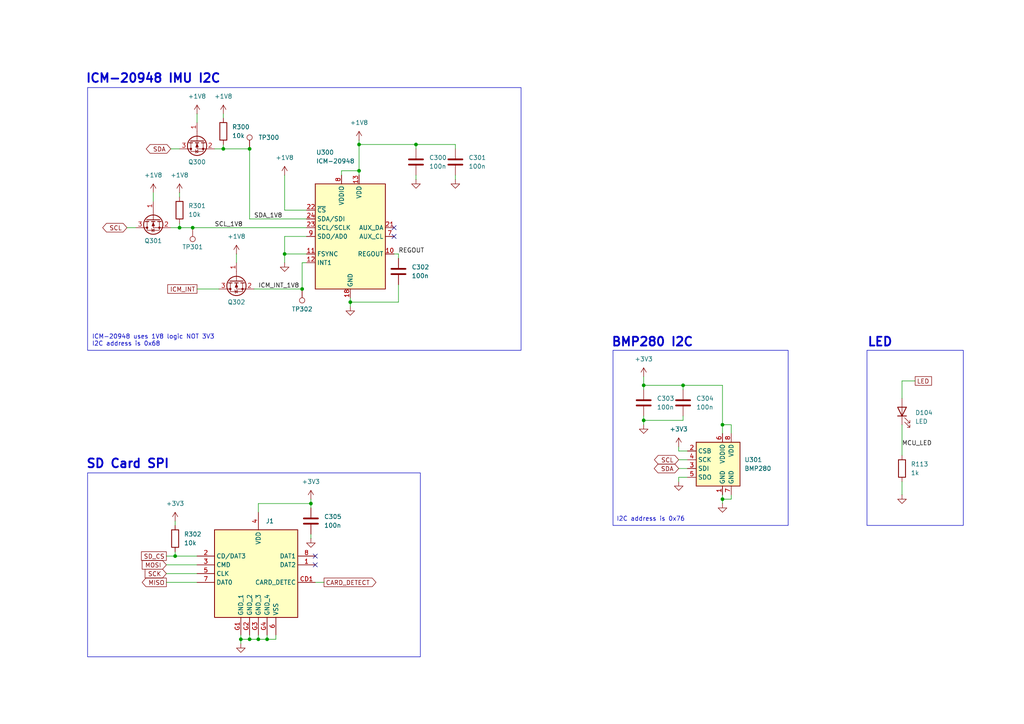
<source format=kicad_sch>
(kicad_sch (version 20250114) (generator "eeschema") (generator_version "9.0")
  (paper "A4")
  (title_block (title "Digital Peripherals") (date "17-05-2025") (rev "0.0.1"))
  (lib_symbols
    (symbol "Connector:TestPoint" (pin_numbers (hide yes)) (pin_names (offset 0.762) (hide yes))
      (property "Reference" "TP" (at 0 6.858 0))
      (property "Value" "TestPoint" (at 0 5.08 0))
      (symbol "TestPoint_0_1"
        (circle (center 0 3.302) (radius 0.762))
      )
      (symbol "TestPoint_1_1"
        (pin passive line (at 0 0 90) (length 2.54) (name "1") (number "1"))
      )
    )
    (symbol "Device:C" (pin_numbers (hide yes)) (pin_names (offset 0.254))
      (property "Reference" "C" (at 0.635 2.54 0))
      (property "Value" "C" (at 0.635 -2.54 0))
      (symbol "C_0_1"
        (polyline (pts (xy -2.032 0.762) (xy 2.032 0.762)) (stroke (width 0.508)))
        (polyline (pts (xy -2.032 -0.762) (xy 2.032 -0.762)) (stroke (width 0.508)))
      )
      (symbol "C_1_1"
        (pin passive line (at 0 3.81 270) (length 2.794) (name "~") (number "1"))
        (pin passive line (at 0 -3.81 90) (length 2.794) (name "~") (number "2"))
      )
    )
    (symbol "Device:LED" (pin_numbers (hide yes)) (pin_names (offset 1.016) (hide yes))
      (property "Reference" "D" (at 0 2.54 0))
      (property "Value" "LED" (at 0 -2.54 0))
      (symbol "LED_0_1"
        (polyline (pts (xy -3.048 -0.762) (xy -4.572 -2.286) (xy -3.81 -2.286) (xy -4.572 -2.286) (xy -4.572 -1.524)))
        (polyline (pts (xy -1.778 -0.762) (xy -3.302 -2.286) (xy -2.54 -2.286) (xy -3.302 -2.286) (xy -3.302 -1.524)))
        (polyline (pts (xy -1.27 0) (xy 1.27 0)))
        (polyline (pts (xy -1.27 -1.27) (xy -1.27 1.27)) (stroke (width 0.254)))
        (polyline (pts (xy 1.27 -1.27) (xy 1.27 1.27) (xy -1.27 0) (xy 1.27 -1.27)) (stroke (width 0.254)))
      )
      (symbol "LED_1_1"
        (pin passive line (at -3.81 0 0) (length 2.54) (name "K") (number "1"))
        (pin passive line (at 3.81 0 180) (length 2.54) (name "A") (number "2"))
      )
    )
    (symbol "Device:R" (pin_numbers (hide yes)) (pin_names (offset 0))
      (property "Reference" "R" (at 2.032 0 90))
      (property "Value" "R" (at 0 0 90))
      (symbol "R_0_1"
        (rectangle (start -1.016 -2.54) (end 1.016 2.54) (stroke (width 0.254)))
      )
      (symbol "R_1_1"
        (pin passive line (at 0 3.81 270) (length 1.27) (name "~") (number "1"))
        (pin passive line (at 0 -3.81 90) (length 1.27) (name "~") (number "2"))
      )
    )
    (symbol "Sensor_Motion:ICM-20948"
      (property "Reference" "U11" (at 3.81 21.844 0))
      (property "Value" "ICM-20948" (at 3.81 19.304 0))
      (symbol "ICM-20948_0_1"
        (rectangle (start -10.16 15.24) (end 10.16 -15.24) (stroke (width 0.254)) (fill (type background)))
      )
      (symbol "ICM-20948_1_1"
        (pin input line (at -12.7 7.62 0) (length 2.54) (name "~{CS}") (number "22"))
        (pin bidirectional line (at -12.7 5.08 0) (length 2.54) (name "SDA/SDI") (number "24"))
        (pin input line (at -12.7 2.54 0) (length 2.54) (name "SCL/SCLK") (number "23"))
        (pin bidirectional line (at -12.7 0 0) (length 2.54) (name "SDO/AD0") (number "9"))
        (pin input line (at -12.7 -5.08 0) (length 2.54) (name "FSYNC") (number "11"))
        (pin output line (at -12.7 -7.62 0) (length 2.54) (name "INT1") (number "12"))
        (pin no_connect line (at -10.16 12.7 0) (length 2.54) (hide yes) (name "NC") (number "1"))
        (pin no_connect line (at -10.16 10.16 0) (length 2.54) (hide yes) (name "NC") (number "2"))
        (pin no_connect line (at -10.16 -2.54 0) (length 2.54) (hide yes) (name "NC") (number "3"))
        (pin no_connect line (at -10.16 -10.16 0) (length 2.54) (hide yes) (name "NC") (number "4"))
        (pin no_connect line (at -10.16 -12.7 0) (length 2.54) (hide yes) (name "NC") (number "5"))
        (pin power_in line (at -2.54 17.78 270) (length 2.54) (name "VDDIO") (number "8"))
        (pin power_in line (at 0 -17.78 90) (length 2.54) (name "GND") (number "18"))
        (pin passive line (at 0 -17.78 90) (length 2.54) (hide yes) (name "GND") (number "20"))
        (pin power_in line (at 2.54 17.78 270) (length 2.54) (name "VDD") (number "13"))
        (pin no_connect line (at 10.16 10.16 180) (length 2.54) (hide yes) (name "NC") (number "6"))
        (pin no_connect line (at 10.16 7.62 180) (length 2.54) (hide yes) (name "NC") (number "14"))
        (pin no_connect line (at 10.16 5.08 180) (length 2.54) (hide yes) (name "NC") (number "15"))
        (pin no_connect line (at 10.16 -7.62 180) (length 2.54) (hide yes) (name "NC") (number "16"))
        (pin no_connect line (at 10.16 -10.16 180) (length 2.54) (hide yes) (name "NC") (number "17"))
        (pin no_connect line (at 10.16 -12.7 180) (length 2.54) (hide yes) (name "RESV") (number "19"))
        (pin bidirectional line (at 12.7 2.54 180) (length 2.54) (name "AUX_DA") (number "21"))
        (pin output line (at 12.7 0 180) (length 2.54) (name "AUX_CL") (number "7"))
        (pin passive line (at 12.7 -5.08 180) (length 2.54) (name "REGOUT") (number "10"))
      )
    )
    (symbol "Sensor_Pressure:BMP280"
      (property "Reference" "U301" (at 6.35 2.5401 0))
      (property "Value" "BMP280" (at 6.35 0.0001 0))
      (symbol "BMP280_0_1"
        (rectangle (start -7.62 -5.08) (end 5.08 7.62) (stroke (width 0.254)) (fill (type background)))
      )
      (symbol "BMP280_1_1"
        (pin input line (at -10.16 5.08 0) (length 2.54) (name "CSB") (number "2"))
        (pin input line (at -10.16 2.54 0) (length 2.54) (name "SCK") (number "4"))
        (pin bidirectional line (at -10.16 0 0) (length 2.54) (name "SDI") (number "3"))
        (pin bidirectional line (at -10.16 -2.54 0) (length 2.54) (name "SDO") (number "5"))
        (pin power_in line (at 0 10.16 270) (length 2.54) (name "VDDIO") (number "6"))
        (pin power_in line (at 0 -7.62 90) (length 2.54) (name "GND") (number "1"))
        (pin power_in line (at 2.54 10.16 270) (length 2.54) (name "VDD") (number "8"))
        (pin power_in line (at 2.54 -7.62 90) (length 2.54) (name "GND") (number "7"))
      )
    )
    (symbol "TF-CARD_H1_8:TF-CARD_H1.8"
      (property "Reference" "J300" (at 7.366 9.652 0))
      (symbol "TF-CARD_H1.8_1_1"
        (rectangle (start 5.08 7.62) (end 29.21 -17.78) (stroke (width 0.254)) (fill (type background)))
        (pin passive line (at 0 0 0) (length 5.08) (name "CD/DAT3") (number "2"))
        (pin passive line (at 0 -2.54 0) (length 5.08) (name "CMD") (number "3"))
        (pin passive line (at 0 -5.08 0) (length 5.08) (name "CLK") (number "5"))
        (pin passive line (at 0 -7.62 0) (length 5.08) (name "DAT0") (number "7"))
        (pin passive line (at 12.7 -22.86 90) (length 5.08) (name "GND_1") (number "G1"))
        (pin passive line (at 15.24 -22.86 90) (length 5.08) (name "GND_2") (number "G2"))
        (pin passive line (at 17.78 12.7 270) (length 5.08) (name "VDD") (number "4"))
        (pin passive line (at 17.78 -22.86 90) (length 5.08) (name "GND_3") (number "G3"))
        (pin passive line (at 20.32 -22.86 90) (length 5.08) (name "GND_4") (number "G4"))
        (pin passive line (at 22.86 -22.86 90) (length 5.08) (name "VSS") (number "6"))
        (pin passive line (at 34.29 0 180) (length 5.08) (name "DAT1") (number "8"))
        (pin passive line (at 34.29 -2.54 180) (length 5.08) (name "DAT2") (number "1"))
        (pin passive line (at 34.29 -7.62 180) (length 5.08) (name "CARD_DETEC") (number "CD1"))
      )
    )
    (symbol "Transistor_FET:BSS138" (pin_names (hide yes))
      (property "Reference" "Q" (at 5.08 1.905 0))
      (property "Value" "BSS138" (at 5.08 0 0))
      (symbol "BSS138_0_1"
        (polyline (pts (xy 0.254 1.905) (xy 0.254 -1.905)) (stroke (width 0.254)))
        (polyline (pts (xy 0.254 0) (xy -2.54 0)))
        (polyline (pts (xy 0.762 2.286) (xy 0.762 1.27)) (stroke (width 0.254)))
        (polyline (pts (xy 0.762 0.508) (xy 0.762 -0.508)) (stroke (width 0.254)))
        (polyline (pts (xy 0.762 -1.27) (xy 0.762 -2.286)) (stroke (width 0.254)))
        (polyline (pts (xy 0.762 -1.778) (xy 3.302 -1.778) (xy 3.302 1.778) (xy 0.762 1.778)))
        (polyline (pts (xy 1.016 0) (xy 2.032 0.381) (xy 2.032 -0.381) (xy 1.016 0)) (fill (type outline)))
        (circle (center 1.651 0) (radius 2.794) (stroke (width 0.254)))
        (polyline (pts (xy 2.54 2.54) (xy 2.54 1.778)))
        (circle (center 2.54 1.778) (radius 0.254) (fill (type outline)))
        (circle (center 2.54 -1.778) (radius 0.254) (fill (type outline)))
        (polyline (pts (xy 2.54 -2.54) (xy 2.54 0) (xy 0.762 0)))
        (polyline (pts (xy 2.794 0.508) (xy 2.921 0.381) (xy 3.683 0.381) (xy 3.81 0.254)))
        (polyline (pts (xy 3.302 0.381) (xy 2.921 -0.254) (xy 3.683 -0.254) (xy 3.302 0.381)))
      )
      (symbol "BSS138_1_1"
        (pin input line (at -5.08 0 0) (length 2.54) (name "G") (number "1"))
        (pin passive line (at 2.54 5.08 270) (length 2.54) (name "D") (number "3"))
        (pin passive line (at 2.54 -5.08 90) (length 2.54) (name "S") (number "2"))
      )
    )
    (symbol "power:+1V8" (power) (pin_numbers (hide yes)) (pin_names (offset 0) (hide yes))
      (property "Value" "+1V8" (at 0 3.556 0))
      (symbol "+1V8_0_1"
        (polyline (pts (xy -0.762 1.27) (xy 0 2.54)))
        (polyline (pts (xy 0 2.54) (xy 0.762 1.27)))
        (polyline (pts (xy 0 0) (xy 0 2.54)))
      )
      (symbol "+1V8_1_1"
        (pin power_in line (at 0 0 90) (length 0) (name "~") (number "1"))
      )
    )
    (symbol "power:+3V3" (power) (pin_numbers (hide yes)) (pin_names (offset 0) (hide yes))
      (property "Value" "+3V3" (at 0 3.556 0))
      (symbol "+3V3_0_1"
        (polyline (pts (xy -0.762 1.27) (xy 0 2.54)))
        (polyline (pts (xy 0 2.54) (xy 0.762 1.27)))
        (polyline (pts (xy 0 0) (xy 0 2.54)))
      )
      (symbol "+3V3_1_1"
        (pin power_in line (at 0 0 90) (length 0) (name "~") (number "1"))
      )
    )
    (symbol "power:GND" (power) (pin_numbers (hide yes)) (pin_names (offset 0) (hide yes))
      (property "Value" "GND" (at 0 -3.81 0))
      (symbol "GND_0_1"
        (polyline (pts (xy 0 0) (xy 0 -1.27) (xy 1.27 -1.27) (xy 0 -2.54) (xy -1.27 -1.27) (xy 0 -1.27)))
      )
      (symbol "GND_1_1"
        (pin power_in line (at 0 0 270) (length 0) (name "~") (number "1"))
      )
    )
  )
  (rectangle (start 25.4 137.16) (end 121.92 190.5))
  (rectangle (start 177.8 101.6) (end 228.6 152.4))
  (rectangle (start 25.4 25.4) (end 151.13 101.6))
  (rectangle (start 251.46 101.6) (end 279.4 152.4))
  (text "I2C address is 0x76" (at 178.816 150.622 0) (effects (font (size 1.27 1.27)) (justify left)))
  (text "BMP280 I2C\n" (at 189.23 99.314 0) (effects (font (size 2.54 2.54) (thickness 0.508) (bold yes))))
  (text "SD Card SPI" (at 37.084 134.62 0) (effects (font (size 2.54 2.54) (thickness 0.508) (bold yes))))
  (text "ICM-20948 IMU I2C" (at 44.45 22.86 0) (effects (font (size 2.54 2.54) (thickness 0.508) (bold yes))))
  (text "ICM-20948 uses 1V8 logic NOT 3V3\nI2C address is 0x68" (at 26.67 98.806 0) (effects (font (size 1.27 1.27) (thickness 0.1588)) (justify left)))
  (text "LED" (at 251.46 99.314 0) (effects (font (size 2.54 2.54) (thickness 0.508) (bold yes)) (justify left)))
  (junction (at 69.85 185.42))
  (junction (at 120.65 41.91))
  (junction (at 186.69 121.92))
  (junction (at 82.55 73.66))
  (junction (at 55.88 66.04))
  (junction (at 101.6 87.63))
  (junction (at 104.14 41.91))
  (junction (at 50.8 161.29))
  (junction (at 198.12 111.76))
  (junction (at 104.14 49.53))
  (junction (at 90.17 146.05))
  (junction (at 72.39 185.42))
  (junction (at 186.69 111.76))
  (junction (at 64.77 43.18))
  (junction (at 72.39 43.18))
  (junction (at 74.93 185.42))
  (junction (at 77.47 185.42))
  (junction (at 209.55 123.19))
  (junction (at 52.07 66.04))
  (junction (at 209.55 144.78))
  (junction (at 87.63 83.82))
  (no_connect (at 91.44 161.29))
  (no_connect (at 91.44 163.83))
  (no_connect (at 114.3 68.58))
  (no_connect (at 114.3 66.04))
  (wire (pts (xy 212.09 123.19) (xy 212.09 125.73)))
  (wire (pts (xy 88.9 60.96) (xy 82.55 60.96)))
  (wire (pts (xy 36.83 66.04) (xy 39.37 66.04)))
  (wire (pts (xy 196.85 138.43) (xy 199.39 138.43)))
  (wire (pts (xy 186.69 109.22) (xy 186.69 111.76)))
  (wire (pts (xy 196.85 130.81) (xy 196.85 129.54)))
  (wire (pts (xy 69.85 185.42) (xy 72.39 185.42)))
  (wire (pts (xy 74.93 185.42) (xy 77.47 185.42)))
  (wire (pts (xy 186.69 111.76) (xy 198.12 111.76)))
  (wire (pts (xy 90.17 146.05) (xy 90.17 147.32)))
  (wire (pts (xy 82.55 76.2) (xy 82.55 73.66)))
  (wire (pts (xy 99.06 49.53) (xy 99.06 50.8)))
  (wire (pts (xy 199.39 130.81) (xy 196.85 130.81)))
  (wire (pts (xy 64.77 33.02) (xy 64.77 34.29)))
  (wire (pts (xy 186.69 121.92) (xy 198.12 121.92)))
  (wire (pts (xy 104.14 41.91) (xy 104.14 49.53)))
  (wire (pts (xy 80.01 185.42) (xy 80.01 184.15)))
  (wire (pts (xy 72.39 63.5) (xy 88.9 63.5)))
  (wire (pts (xy 115.57 73.66) (xy 114.3 73.66)))
  (wire (pts (xy 115.57 82.55) (xy 115.57 87.63)))
  (wire (pts (xy 120.65 41.91) (xy 132.08 41.91)))
  (wire (pts (xy 48.26 163.83) (xy 57.15 163.83)))
  (wire (pts (xy 186.69 120.65) (xy 186.69 121.92)))
  (wire (pts (xy 196.85 135.89) (xy 199.39 135.89)))
  (wire (pts (xy 77.47 185.42) (xy 80.01 185.42)))
  (wire (pts (xy 212.09 144.78) (xy 212.09 143.51)))
  (wire (pts (xy 101.6 86.36) (xy 101.6 87.63)))
  (wire (pts (xy 64.77 41.91) (xy 64.77 43.18)))
  (wire (pts (xy 48.26 168.91) (xy 57.15 168.91)))
  (wire (pts (xy 196.85 133.35) (xy 199.39 133.35)))
  (wire (pts (xy 52.07 55.88) (xy 52.07 57.15)))
  (wire (pts (xy 261.62 110.49) (xy 265.43 110.49)))
  (wire (pts (xy 74.93 146.05) (xy 90.17 146.05)))
  (wire (pts (xy 186.69 121.92) (xy 186.69 123.19)))
  (wire (pts (xy 261.62 110.49) (xy 261.62 115.57)))
  (wire (pts (xy 120.65 50.8) (xy 120.65 52.07)))
  (wire (pts (xy 209.55 144.78) (xy 212.09 144.78)))
  (wire (pts (xy 82.55 68.58) (xy 88.9 68.58)))
  (wire (pts (xy 77.47 184.15) (xy 77.47 185.42)))
  (wire (pts (xy 261.62 139.7) (xy 261.62 143.51)))
  (wire (pts (xy 52.07 64.77) (xy 52.07 66.04)))
  (wire (pts (xy 198.12 111.76) (xy 209.55 111.76)))
  (wire (pts (xy 132.08 41.91) (xy 132.08 43.18)))
  (wire (pts (xy 50.8 160.02) (xy 50.8 161.29)))
  (wire (pts (xy 68.58 73.66) (xy 68.58 76.2)))
  (wire (pts (xy 209.55 111.76) (xy 209.55 123.19)))
  (wire (pts (xy 72.39 43.18) (xy 72.39 63.5)))
  (wire (pts (xy 55.88 66.04) (xy 88.9 66.04)))
  (wire (pts (xy 104.14 49.53) (xy 104.14 50.8)))
  (wire (pts (xy 50.8 151.13) (xy 50.8 152.4)))
  (wire (pts (xy 74.93 146.05) (xy 74.93 148.59)))
  (wire (pts (xy 90.17 154.94) (xy 90.17 156.21)))
  (wire (pts (xy 198.12 121.92) (xy 198.12 120.65)))
  (wire (pts (xy 209.55 123.19) (xy 212.09 123.19)))
  (wire (pts (xy 72.39 185.42) (xy 74.93 185.42)))
  (wire (pts (xy 87.63 76.2) (xy 88.9 76.2)))
  (wire (pts (xy 73.66 83.82) (xy 87.63 83.82)))
  (wire (pts (xy 196.85 139.7) (xy 196.85 138.43)))
  (wire (pts (xy 209.55 123.19) (xy 209.55 125.73)))
  (wire (pts (xy 115.57 87.63) (xy 101.6 87.63)))
  (wire (pts (xy 104.14 40.64) (xy 104.14 41.91)))
  (wire (pts (xy 132.08 50.8) (xy 132.08 52.07)))
  (wire (pts (xy 120.65 41.91) (xy 120.65 43.18)))
  (wire (pts (xy 57.15 33.02) (xy 57.15 35.56)))
  (wire (pts (xy 69.85 185.42) (xy 69.85 186.69)))
  (wire (pts (xy 57.15 83.82) (xy 63.5 83.82)))
  (wire (pts (xy 209.55 144.78) (xy 209.55 146.05)))
  (wire (pts (xy 261.62 123.19) (xy 261.62 132.08)))
  (wire (pts (xy 104.14 41.91) (xy 120.65 41.91)))
  (wire (pts (xy 186.69 111.76) (xy 186.69 113.03)))
  (wire (pts (xy 64.77 43.18) (xy 72.39 43.18)))
  (wire (pts (xy 82.55 73.66) (xy 88.9 73.66)))
  (wire (pts (xy 50.8 161.29) (xy 57.15 161.29)))
  (wire (pts (xy 52.07 66.04) (xy 55.88 66.04)))
  (wire (pts (xy 115.57 74.93) (xy 115.57 73.66)))
  (wire (pts (xy 49.53 43.18) (xy 52.07 43.18)))
  (wire (pts (xy 90.17 144.78) (xy 90.17 146.05)))
  (wire (pts (xy 101.6 87.63) (xy 101.6 88.9)))
  (wire (pts (xy 44.45 55.88) (xy 44.45 58.42)))
  (wire (pts (xy 49.53 66.04) (xy 52.07 66.04)))
  (wire (pts (xy 82.55 68.58) (xy 82.55 73.66)))
  (wire (pts (xy 82.55 50.8) (xy 82.55 60.96)))
  (wire (pts (xy 48.26 166.37) (xy 57.15 166.37)))
  (wire (pts (xy 48.26 161.29) (xy 50.8 161.29)))
  (wire (pts (xy 72.39 184.15) (xy 72.39 185.42)))
  (wire (pts (xy 74.93 184.15) (xy 74.93 185.42)))
  (wire (pts (xy 209.55 143.51) (xy 209.55 144.78)))
  (wire (pts (xy 198.12 111.76) (xy 198.12 113.03)))
  (wire (pts (xy 69.85 184.15) (xy 69.85 185.42)))
  (wire (pts (xy 87.63 83.82) (xy 87.63 76.2)))
  (wire (pts (xy 93.98 168.91) (xy 91.44 168.91)))
  (wire (pts (xy 62.23 43.18) (xy 64.77 43.18)))
  (wire (pts (xy 104.14 49.53) (xy 99.06 49.53)))
  (label "SCL_1V8" (at 62.23 66.04 0))
  (label "SDA_1V8" (at 73.66 63.5 0))
  (label "MCU_LED" (at 261.62 129.54 0))
  (label "REGOUT" (at 115.57 73.66 0))
  (label "ICM_INT_1V8" (at 74.93 83.82 0))
  (global_label "LED" (shape passive) (at 265.43 110.49 0) (property "Intersheetrefs" "${INTERSHEET_REFS}" (effects (hide yes))))
  (global_label "MOSI" (shape input) (at 48.26 163.83 180) (property "Intersheetrefs" "${INTERSHEET_REFS}" (effects (hide yes))))
  (global_label "SCL" (shape bidirectional) (at 196.85 133.35 180) (property "Intersheetrefs" "${INTERSHEET_REFS}" (effects (hide yes))))
  (global_label "SDA" (shape bidirectional) (at 196.85 135.89 180) (property "Intersheetrefs" "${INTERSHEET_REFS}" (effects (hide yes))))
  (global_label "SD_CS" (shape passive) (at 48.26 161.29 180) (property "Intersheetrefs" "${INTERSHEET_REFS}" (effects (hide yes))))
  (global_label "CARD_DETECT" (shape output) (at 93.98 168.91 0) (property "Intersheetrefs" "${INTERSHEET_REFS}" (effects (hide yes))))
  (global_label "ICM_INT" (shape passive) (at 57.15 83.82 180) (property "Intersheetrefs" "${INTERSHEET_REFS}" (effects (hide yes))))
  (global_label "SCL" (shape bidirectional) (at 36.83 66.04 180) (property "Intersheetrefs" "${INTERSHEET_REFS}" (effects (hide yes))))
  (global_label "SCK" (shape input) (at 48.26 166.37 180) (property "Intersheetrefs" "${INTERSHEET_REFS}" (effects (hide yes))))
  (global_label "MISO" (shape output) (at 48.26 168.91 180) (property "Intersheetrefs" "${INTERSHEET_REFS}" (effects (hide yes))))
  (global_label "SDA" (shape bidirectional) (at 49.53 43.18 180) (property "Intersheetrefs" "${INTERSHEET_REFS}" (effects (hide yes))))
  (symbol (lib_id "power:+3V3") (at 196.85 129.54 0) (unit 1)
    (property "Reference" "#PWR0158" (effects (hide yes)))
    (property "Value" "+3V3" (at 196.85 124.46 0))
    (property "Description" "Power symbol creates a global label with name \"+3V3\"" (effects (hide yes)))
  )
  (symbol (lib_id "Device:R") (at 64.77 38.1 180) (unit 1)
    (property "Reference" "R300" (at 67.31 36.8299 0) (effects (justify right)))
    (property "Value" "10k" (at 67.31 39.3699 0) (effects (justify right)))
    (property "Footprint" "Resistor_SMD:R_0402_1005Metric" (effects (hide yes)))
    (property "Description" "Resistor" (effects (hide yes)))
  )
  (symbol (lib_id "power:+1V8") (at 82.55 50.8 0) (unit 1)
    (property "Reference" "#PWR0176" (effects (hide yes)))
    (property "Value" "+1V8" (at 82.55 45.72 0))
    (property "Description" "Power symbol creates a global label with name \"+1V8\"" (effects (hide yes)))
  )
  (symbol (lib_id "power:GND") (at 69.85 186.69 0) (unit 1)
    (property "Reference" "#PWR0132" (effects (hide yes)))
    (property "Value" "GND" (effects (hide yes)))
    (property "Description" "Power symbol creates a global label with name \"GND\" , ground" (effects (hide yes)))
  )
  (symbol (lib_id "power:+1V8") (at 57.15 33.02 0) (unit 1)
    (property "Reference" "#PWR0161" (effects (hide yes)))
    (property "Value" "+1V8" (at 57.15 27.94 0))
    (property "Description" "Power symbol creates a global label with name \"+1V8\"" (effects (hide yes)))
  )
  (symbol (lib_id "Connector:TestPoint") (at 72.39 43.18 0) (unit 1)
    (property "Reference" "TP300" (at 74.93 39.8779 0) (effects (justify left)))
    (property "Value" "TestPoint" (effects (hide yes)))
    (property "Footprint" "TestPoint:TestPoint_Pad_D1.0mm" (effects (hide yes)))
    (property "Description" "test point" (effects (hide yes)))
  )
  (symbol (lib_id "power:GND") (at 196.85 139.7 0) (unit 1)
    (property "Reference" "#PWR0152" (effects (hide yes)))
    (property "Value" "GND" (effects (hide yes)))
    (property "Description" "Power symbol creates a global label with name \"GND\" , ground" (effects (hide yes)))
  )
  (symbol (lib_id "power:+1V8") (at 104.14 40.64 0) (unit 1)
    (property "Reference" "#PWR0159" (effects (hide yes)))
    (property "Value" "+1V8" (at 104.14 35.56 0))
    (property "Description" "Power symbol creates a global label with name \"+1V8\"" (effects (hide yes)))
  )
  (symbol (lib_id "power:+3V3") (at 186.69 109.22 0) (unit 1)
    (property "Reference" "#PWR0150" (effects (hide yes)))
    (property "Value" "+3V3" (at 186.69 104.14 0))
    (property "Description" "Power symbol creates a global label with name \"+3V3\"" (effects (hide yes)))
  )
  (symbol (lib_id "power:+3V3") (at 50.8 151.13 0) (unit 1)
    (property "Reference" "#PWR0133" (effects (hide yes)))
    (property "Value" "+3V3" (at 50.8 146.05 0))
    (property "Description" "Power symbol creates a global label with name \"+3V3\"" (effects (hide yes)))
  )
  (symbol (lib_id "Sensor_Pressure:BMP280") (at 209.55 135.89 0) (unit 1)
    (property "Reference" "U301" (at 215.9 133.3499 0) (effects (justify left)))
    (property "Value" "BMP280" (at 215.9 135.8899 0) (effects (justify left)))
    (property "Footprint" "Package_LGA:Bosch_LGA-8_2x2.5mm_P0.65mm_ClockwisePinNumbering" (effects (hide yes)))
    (property "Datasheet" "https://ae-bst.resource.bosch.com/media/_tech/media/datasheets/BST-BMP280-DS001.pdf" (effects (hide yes)))
    (property "Description" "Absolute Barometric Pressure Sensor, LGA-8" (effects (hide yes)))
  )
  (symbol (lib_id "Device:C") (at 120.65 46.99 0) (unit 1)
    (property "Reference" "C300" (at 124.46 45.7199 0) (effects (justify left)))
    (property "Value" "100n" (at 124.46 48.2599 0) (effects (justify left)))
    (property "Footprint" "Capacitor_SMD:C_0402_1005Metric" (effects (hide yes)))
    (property "Description" "Unpolarized capacitor" (effects (hide yes)))
  )
  (symbol (lib_id "power:GND") (at 82.55 76.2 0) (unit 1)
    (property "Reference" "#PWR0155" (effects (hide yes)))
    (property "Value" "GND" (effects (hide yes)))
    (property "Description" "Power symbol creates a global label with name \"GND\" , ground" (effects (hide yes)))
  )
  (symbol (lib_id "Transistor_FET:BSS138") (at 44.45 63.5 90) (mirror x) (unit 1)
    (property "Reference" "Q301" (at 44.45 69.85 90))
    (property "Value" "BSS138" (effects (hide yes)))
    (property "Footprint" "Package_TO_SOT_SMD:SOT-23" (effects (hide yes)))
    (property "Datasheet" "https://www.onsemi.com/pub/Collateral/BSS138-D.PDF" (effects (hide yes)))
    (property "Description" "50V Vds, 0.22A Id, N-Channel MOSFET, SOT-23" (effects (hide yes)))
  )
  (symbol (lib_id "Connector:TestPoint") (at 87.63 83.82 180) (unit 1)
    (property "Reference" "TP302" (at 87.63 89.662 0))
    (property "Value" "TestPoint" (effects (hide yes)))
    (property "Footprint" "TestPoint:TestPoint_Pad_D1.0mm" (effects (hide yes)))
    (property "Description" "test point" (effects (hide yes)))
  )
  (symbol (lib_id "Connector:TestPoint") (at 55.88 66.04 180) (unit 1)
    (property "Reference" "TP301" (at 55.88 71.628 0))
    (property "Value" "TestPoint" (effects (hide yes)))
    (property "Footprint" "TestPoint:TestPoint_Pad_D1.0mm" (effects (hide yes)))
    (property "Description" "test point" (effects (hide yes)))
  )
  (symbol (lib_id "Sensor_Motion:ICM-20948") (at 101.6 68.58 0) (unit 1)
    (property "Reference" "U300" (at 91.694 44.196 0) (effects (justify left)))
    (property "Value" "ICM-20948" (at 91.694 46.736 0) (effects (justify left)))
    (property "Footprint" "Sensor_Motion:InvenSense_QFN-24_3x3mm_P0.4mm" (effects (hide yes)))
    (property "Datasheet" "http://www.invensense.com/wp-content/uploads/2016/06/DS-000189-ICM-20948-v1.3.pdf" (effects (hide yes)))
    (property "Description" "InvenSense 9-Axis Motion Sensor, Accelerometer, Gyroscope, Compass, I2C/SPI, QFN-24" (effects (hide yes)))
  )
  (symbol (lib_id "power:GND") (at 186.69 123.19 0) (unit 1)
    (property "Reference" "#PWR0151" (effects (hide yes)))
    (property "Value" "GND" (effects (hide yes)))
    (property "Description" "Power symbol creates a global label with name \"GND\" , ground" (effects (hide yes)))
  )
  (symbol (lib_id "Device:C") (at 115.57 78.74 0) (unit 1)
    (property "Reference" "C302" (at 119.38 77.4699 0) (effects (justify left)))
    (property "Value" "100n" (at 119.38 80.0099 0) (effects (justify left)))
    (property "Footprint" "Capacitor_SMD:C_0402_1005Metric" (effects (hide yes)))
    (property "Description" "Unpolarized capacitor" (effects (hide yes)))
  )
  (symbol (lib_id "power:+3V3") (at 90.17 144.78 0) (unit 1)
    (property "Reference" "#PWR0136" (effects (hide yes)))
    (property "Value" "+3V3" (at 90.17 139.7 0))
    (property "Description" "Power symbol creates a global label with name \"+3V3\"" (effects (hide yes)))
  )
  (symbol (lib_id "power:GND") (at 101.6 88.9 0) (unit 1)
    (property "Reference" "#PWR0160" (effects (hide yes)))
    (property "Value" "GND" (effects (hide yes)))
    (property "Description" "Power symbol creates a global label with name \"GND\" , ground" (effects (hide yes)))
  )
  (symbol (lib_id "Device:C") (at 198.12 116.84 0) (unit 1)
    (property "Reference" "C304" (at 201.93 115.5699 0) (effects (justify left)))
    (property "Value" "100n" (at 201.93 118.1099 0) (effects (justify left)))
    (property "Footprint" "Capacitor_SMD:C_0402_1005Metric" (effects (hide yes)))
    (property "Description" "Unpolarized capacitor" (effects (hide yes)))
  )
  (symbol (lib_id "power:GND") (at 90.17 156.21 0) (unit 1)
    (property "Reference" "#PWR0131" (effects (hide yes)))
    (property "Value" "GND" (effects (hide yes)))
    (property "Description" "Power symbol creates a global label with name \"GND\" , ground" (effects (hide yes)))
  )
  (symbol (lib_id "Device:C") (at 132.08 46.99 0) (unit 1)
    (property "Reference" "C301" (at 135.89 45.7199 0) (effects (justify left)))
    (property "Value" "100n" (at 135.89 48.2599 0) (effects (justify left)))
    (property "Footprint" "Capacitor_SMD:C_0402_1005Metric" (effects (hide yes)))
    (property "Description" "Unpolarized capacitor" (effects (hide yes)))
  )
  (symbol (lib_id "power:GND") (at 209.55 146.05 0) (unit 1)
    (property "Reference" "#PWR0163" (effects (hide yes)))
    (property "Value" "GND" (effects (hide yes)))
    (property "Description" "Power symbol creates a global label with name \"GND\" , ground" (effects (hide yes)))
  )
  (symbol (lib_id "Device:C") (at 90.17 151.13 0) (unit 1)
    (property "Reference" "C305" (at 93.98 149.8599 0) (effects (justify left)))
    (property "Value" "100n" (at 93.98 152.3999 0) (effects (justify left)))
    (property "Footprint" "Capacitor_SMD:C_0402_1005Metric" (effects (hide yes)))
    (property "Description" "Unpolarized capacitor" (effects (hide yes)))
  )
  (symbol (lib_id "power:+1V8") (at 52.07 55.88 0) (unit 1)
    (property "Reference" "#PWR0167" (effects (hide yes)))
    (property "Value" "+1V8" (at 52.07 50.8 0))
    (property "Description" "Power symbol creates a global label with name \"+1V8\"" (effects (hide yes)))
  )
  (symbol (lib_id "power:+1V8") (at 44.45 55.88 0) (unit 1)
    (property "Reference" "#PWR0162" (effects (hide yes)))
    (property "Value" "+1V8" (at 44.45 50.8 0))
    (property "Description" "Power symbol creates a global label with name \"+1V8\"" (effects (hide yes)))
  )
  (symbol (lib_id "power:GND") (at 120.65 52.07 0) (unit 1)
    (property "Reference" "#PWR0169" (effects (hide yes)))
    (property "Value" "GND" (effects (hide yes)))
    (property "Description" "Power symbol creates a global label with name \"GND\" , ground" (effects (hide yes)))
  )
  (symbol (lib_id "Device:LED") (at 261.62 119.38 90) (unit 1)
    (property "Reference" "D104" (at 265.43 119.6974 90) (effects (justify right)))
    (property "Value" "LED" (at 265.43 122.2374 90) (effects (justify right)))
    (property "Footprint" "LED_SMD:LED_0603_1608Metric" (effects (hide yes)))
    (property "Description" "Light emitting diode" (effects (hide yes)))
    (property "Sim.Pins" "1=K 2=A" (effects (hide yes)))
  )
  (symbol (lib_id "power:+1V8") (at 64.77 33.02 0) (unit 1)
    (property "Reference" "#PWR0168" (effects (hide yes)))
    (property "Value" "+1V8" (at 64.77 27.94 0))
    (property "Description" "Power symbol creates a global label with name \"+1V8\"" (effects (hide yes)))
  )
  (symbol (lib_id "Device:R") (at 52.07 60.96 180) (unit 1)
    (property "Reference" "R301" (at 54.61 59.6899 0) (effects (justify right)))
    (property "Value" "10k" (at 54.61 62.2299 0) (effects (justify right)))
    (property "Footprint" "Resistor_SMD:R_0402_1005Metric" (effects (hide yes)))
    (property "Description" "Resistor" (effects (hide yes)))
  )
  (symbol (lib_id "Device:C") (at 186.69 116.84 0) (unit 1)
    (property "Reference" "C303" (at 190.5 115.5699 0) (effects (justify left)))
    (property "Value" "100n" (at 190.5 118.1099 0) (effects (justify left)))
    (property "Footprint" "Capacitor_SMD:C_0402_1005Metric" (effects (hide yes)))
    (property "Description" "Unpolarized capacitor" (effects (hide yes)))
  )
  (symbol (lib_id "Transistor_FET:BSS138") (at 68.58 81.28 90) (mirror x) (unit 1)
    (property "Reference" "Q302" (at 68.58 87.63 90))
    (property "Value" "BSS138" (effects (hide yes)))
    (property "Footprint" "Package_TO_SOT_SMD:SOT-23" (effects (hide yes)))
    (property "Datasheet" "https://www.onsemi.com/pub/Collateral/BSS138-D.PDF" (effects (hide yes)))
    (property "Description" "50V Vds, 0.22A Id, N-Channel MOSFET, SOT-23" (effects (hide yes)))
  )
  (symbol (lib_id "power:GND") (at 132.08 52.07 0) (unit 1)
    (property "Reference" "#PWR0174" (effects (hide yes)))
    (property "Value" "GND" (effects (hide yes)))
    (property "Description" "Power symbol creates a global label with name \"GND\" , ground" (effects (hide yes)))
  )
  (symbol (lib_id "power:+1V8") (at 68.58 73.66 0) (unit 1)
    (property "Reference" "#PWR0188" (effects (hide yes)))
    (property "Value" "+1V8" (at 68.58 68.58 0))
    (property "Description" "Power symbol creates a global label with name \"+1V8\"" (effects (hide yes)))
  )
  (symbol (lib_id "Transistor_FET:BSS138") (at 57.15 40.64 90) (mirror x) (unit 1)
    (property "Reference" "Q300" (at 57.15 46.99 90))
    (property "Value" "BSS138" (effects (hide yes)))
    (property "Footprint" "Package_TO_SOT_SMD:SOT-23" (effects (hide yes)))
    (property "Datasheet" "https://www.onsemi.com/pub/Collateral/BSS138-D.PDF" (effects (hide yes)))
    (property "Description" "50V Vds, 0.22A Id, N-Channel MOSFET, SOT-23" (effects (hide yes)))
  )
  (symbol (lib_id "TF-CARD_H1_8:TF-CARD_H1.8") (at 57.15 161.29 0) (unit 1)
    (property "Reference" "J1" (at 77.0733 151.13 0) (effects (justify left)))
    (property "Value" "TF-CARD_H1.8" (effects (hide yes)))
    (property "Footprint" "TF-CARD_H1_8:TFCARDH18" (effects (hide yes)))
    (property "Datasheet" "https://wmsc.lcsc.com/wmsc/upload/file/pdf/v2/lcsc/2308181409_SHOU-HAN-TF-CARD-H1-8_C7529389.pdf" (effects (hide yes)))
    (property "Description" "-40~+70 2mm Card Slot MicroSD card (TF card) Self-bouncing SMD SD Card / Memory Card Connector ROHS" (effects (hide yes)))
    (property "Height" "2" (effects (hide yes)))
    (property "Manufacturer_Name" "Shou Han" (effects (hide yes)))
    (property "Manufacturer_Part_Number" "TF-CARD H1.8" (effects (hide yes)))
  )
  (symbol (lib_id "Device:R") (at 50.8 156.21 180) (unit 1)
    (property "Reference" "R302" (at 53.34 154.9399 0) (effects (justify right)))
    (property "Value" "10k" (at 53.34 157.4799 0) (effects (justify right)))
    (property "Footprint" "Resistor_SMD:R_0402_1005Metric" (effects (hide yes)))
    (property "Description" "Resistor" (effects (hide yes)))
  )
  (symbol (lib_id "power:GND") (at 261.62 143.51 0) (unit 1)
    (property "Reference" "#PWR022" (effects (hide yes)))
    (property "Value" "GND" (effects (hide yes)))
    (property "Description" "Power symbol creates a global label with name \"GND\" , ground" (effects (hide yes)))
  )
  (symbol (lib_id "Device:R") (at 261.62 135.89 180) (unit 1)
    (property "Reference" "R113" (at 264.16 134.6199 0) (effects (justify right)))
    (property "Value" "1k" (at 264.16 137.1599 0) (effects (justify right)))
    (property "Footprint" "Resistor_SMD:R_0402_1005Metric" (effects (hide yes)))
    (property "Description" "Resistor" (effects (hide yes)))
  )
)
</source>
